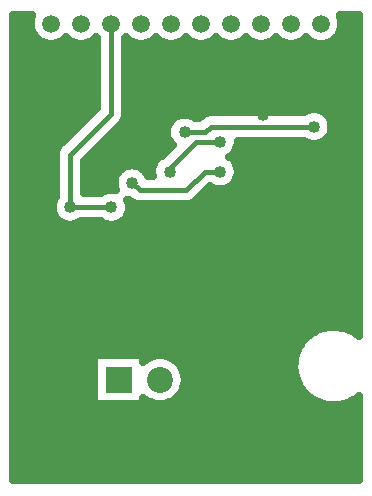
<source format=gbr>
G04 DipTrace 4.0.0.2*
G04 2 - Bottom.gbr*
%MOIN*%
G04 #@! TF.FileFunction,Copper,L2,Bot*
G04 #@! TF.Part,Single*
G04 #@! TA.AperFunction,Conductor*
%ADD15C,0.016*%
%ADD16C,0.018*%
G04 #@! TA.AperFunction,CopperBalancing*
%ADD18C,0.025*%
G04 #@! TA.AperFunction,ComponentPad*
%ADD21R,0.059055X0.059055*%
%ADD22C,0.059055*%
%ADD24R,0.086614X0.086614*%
%ADD25C,0.086614*%
G04 #@! TA.AperFunction,ViaPad*
%ADD29C,0.04*%
%FSLAX26Y26*%
G04*
G70*
G90*
G75*
G01*
G04 Bottom*
%LPD*%
X1018700Y1606200D2*
D16*
X1087451D1*
X1106200Y1624951D1*
X1449949D1*
X843700Y1437451D2*
D15*
X868700Y1412451D1*
X1024952D1*
X1087451Y1474949D1*
X1137451D1*
X968700Y1474951D2*
Y1487449D1*
X1056200Y1574949D1*
X1137451D1*
X637451Y1356200D2*
X774951D1*
X773616Y1968503D2*
D16*
Y1667365D1*
X637451Y1531200D1*
Y1356200D1*
D29*
X1018700Y1606200D3*
X1449949Y1624951D3*
X968700Y1474951D3*
X637451Y1356200D3*
X774951D3*
X637451D3*
X581200Y1618700D3*
Y1581200D3*
X1024949Y1056200D3*
X1012451Y1793700D3*
Y1681200D3*
X1281200Y1662451D3*
X1399949Y1393700D3*
X1137451Y1574949D3*
Y1474949D3*
X843700Y1437451D3*
X448088Y1970504D2*
D18*
X503123D1*
X1544099D2*
X1599169D1*
X448088Y1945636D2*
X507033D1*
X1540187D2*
X1599169D1*
X448088Y1920767D2*
X522644D1*
X1524578D2*
X1599169D1*
X448088Y1895898D2*
X723630D1*
X823616D2*
X1599169D1*
X448088Y1871029D2*
X723630D1*
X823616D2*
X1599169D1*
X448088Y1846161D2*
X723630D1*
X823616D2*
X1599169D1*
X448088Y1821292D2*
X723630D1*
X823616D2*
X1599169D1*
X448088Y1796423D2*
X723630D1*
X823616D2*
X1599169D1*
X448088Y1771554D2*
X723630D1*
X823616D2*
X1599169D1*
X448088Y1746686D2*
X723630D1*
X823616D2*
X1599169D1*
X448088Y1721817D2*
X723630D1*
X823616D2*
X1599169D1*
X448088Y1696948D2*
X723630D1*
X823616D2*
X1599169D1*
X448088Y1672079D2*
X708667D1*
X823616D2*
X1097759D1*
X1487115D2*
X1599169D1*
X448088Y1647210D2*
X683800D1*
X819130D2*
X974497D1*
X1506564D2*
X1599169D1*
X448088Y1622342D2*
X658931D1*
X798281D2*
X959964D1*
X1510906D2*
X1599169D1*
X448088Y1597473D2*
X634064D1*
X773414D2*
X958350D1*
X1504088D2*
X1599169D1*
X448088Y1572604D2*
X609196D1*
X748546D2*
X968325D1*
X1198390D2*
X1421327D1*
X1478574D2*
X1599169D1*
X448088Y1547735D2*
X590428D1*
X723679D2*
X960717D1*
X1191752D2*
X1599169D1*
X448088Y1522867D2*
X587451D1*
X698775D2*
X932655D1*
X1173523D2*
X1599169D1*
X448088Y1497998D2*
X587451D1*
X687435D2*
X912418D1*
X1193725D2*
X1599169D1*
X448088Y1473129D2*
X587451D1*
X687435D2*
X794825D1*
X892549D2*
X907717D1*
X1198426D2*
X1599169D1*
X448088Y1448260D2*
X587451D1*
X687435D2*
X783701D1*
X1192003D2*
X1599169D1*
X448088Y1423392D2*
X587451D1*
X687435D2*
X784418D1*
X1167602D2*
X1599169D1*
X448088Y1398523D2*
X587451D1*
X1079291D2*
X1599169D1*
X448088Y1373654D2*
X579125D1*
X1053095D2*
X1599169D1*
X448088Y1348785D2*
X576936D1*
X835494D2*
X1599169D1*
X448088Y1323917D2*
X586158D1*
X826235D2*
X1599169D1*
X448088Y1299048D2*
X622473D1*
X652448D2*
X759981D1*
X789920D2*
X1599169D1*
X448088Y1274179D2*
X1599169D1*
X448088Y1249310D2*
X1599169D1*
X448088Y1224441D2*
X1599169D1*
X448088Y1199573D2*
X1599169D1*
X448088Y1174704D2*
X1599169D1*
X448088Y1149835D2*
X1599169D1*
X448088Y1124966D2*
X1599169D1*
X448088Y1100098D2*
X1599169D1*
X448088Y1075229D2*
X1599169D1*
X448088Y1050360D2*
X1599169D1*
X448088Y1025491D2*
X1599169D1*
X448088Y1000623D2*
X1599169D1*
X448088Y975754D2*
X1599169D1*
X448088Y950885D2*
X1471313D1*
X1560175D2*
X1599169D1*
X448088Y926016D2*
X1427750D1*
X448088Y901148D2*
X1405394D1*
X448088Y876279D2*
X1391973D1*
X448088Y851410D2*
X714911D1*
X981507D2*
X1384582D1*
X448088Y826541D2*
X714911D1*
X1007594D2*
X1382249D1*
X448088Y801672D2*
X714911D1*
X1018718D2*
X1384653D1*
X448088Y776804D2*
X714911D1*
X1021195D2*
X1392153D1*
X448088Y751935D2*
X714911D1*
X1015884D2*
X1405717D1*
X448088Y727066D2*
X714911D1*
X1000848D2*
X1428288D1*
X448088Y702197D2*
X714911D1*
X883507D2*
X913279D1*
X960729D2*
X1472713D1*
X1558775D2*
X1599169D1*
X448088Y677329D2*
X1599169D1*
X448088Y652460D2*
X1599169D1*
X448088Y627591D2*
X1599169D1*
X448088Y602722D2*
X1599169D1*
X448088Y577854D2*
X1599169D1*
X448088Y552985D2*
X1599169D1*
X448088Y528116D2*
X1599169D1*
X448088Y503247D2*
X1599169D1*
X448088Y478378D2*
X1599169D1*
X448088Y453510D2*
X1599169D1*
X623574Y1922407D2*
X617796Y1916775D1*
X609161Y1910501D1*
X599649Y1905654D1*
X589497Y1902355D1*
X578953Y1900686D1*
X568279D1*
X557735Y1902355D1*
X547583Y1905654D1*
X538071Y1910501D1*
X529436Y1916775D1*
X521888Y1924323D1*
X515613Y1932959D1*
X510767Y1942470D1*
X507468Y1952623D1*
X505798Y1963166D1*
Y1973840D1*
X507468Y1984384D1*
X510767Y1994536D1*
X511159Y1995389D1*
X445561Y1995373D1*
X445570Y445543D1*
X1601682Y445570D1*
X1601672Y727899D1*
X1595985Y723214D1*
X1588532Y717847D1*
X1580722Y713015D1*
X1572591Y708742D1*
X1564183Y705049D1*
X1555535Y701955D1*
X1546692Y699474D1*
X1537696Y697619D1*
X1528594Y696398D1*
X1519427Y695818D1*
X1510243Y695882D1*
X1501086Y696590D1*
X1492001Y697938D1*
X1483032Y699918D1*
X1474225Y702522D1*
X1465621Y705735D1*
X1457264Y709545D1*
X1449195Y713931D1*
X1441452Y718872D1*
X1434074Y724342D1*
X1427099Y730317D1*
X1420558Y736764D1*
X1414486Y743655D1*
X1408911Y750955D1*
X1403861Y758627D1*
X1399363Y766633D1*
X1395435Y774935D1*
X1392099Y783493D1*
X1389371Y792263D1*
X1387263Y801201D1*
X1385787Y810267D1*
X1384951Y819413D1*
X1384756Y828595D1*
X1385205Y837770D1*
X1386297Y846889D1*
X1388025Y855909D1*
X1390380Y864787D1*
X1393352Y873477D1*
X1396926Y881938D1*
X1401082Y890128D1*
X1405804Y898006D1*
X1411065Y905533D1*
X1416840Y912675D1*
X1423103Y919394D1*
X1429819Y925657D1*
X1436960Y931435D1*
X1444486Y936697D1*
X1452364Y941420D1*
X1460552Y945579D1*
X1469012Y949155D1*
X1477703Y952129D1*
X1486579Y954486D1*
X1495599Y956216D1*
X1504718Y957310D1*
X1513892Y957762D1*
X1523074Y957570D1*
X1532220Y956735D1*
X1541285Y955262D1*
X1550226Y953157D1*
X1558997Y950430D1*
X1567554Y947096D1*
X1575857Y943170D1*
X1583865Y938672D1*
X1591539Y933625D1*
X1601666Y925562D1*
X1601672Y1995401D1*
X1536082Y1995373D1*
X1538305Y1989525D1*
X1540797Y1979145D1*
X1541634Y1968503D1*
X1540797Y1957861D1*
X1538305Y1947481D1*
X1534220Y1937619D1*
X1528642Y1928518D1*
X1521709Y1920401D1*
X1513592Y1913468D1*
X1504491Y1907890D1*
X1494629Y1903805D1*
X1484249Y1901313D1*
X1473607Y1900476D1*
X1462965Y1901313D1*
X1452585Y1903805D1*
X1442722Y1907890D1*
X1433621Y1913468D1*
X1425504Y1920401D1*
X1423649Y1922407D1*
X1417787Y1916775D1*
X1409151Y1910501D1*
X1399640Y1905654D1*
X1389487Y1902355D1*
X1378944Y1900686D1*
X1368270D1*
X1357726Y1902355D1*
X1347574Y1905654D1*
X1338062Y1910501D1*
X1329427Y1916775D1*
X1323649Y1922407D1*
X1317787Y1916775D1*
X1309151Y1910501D1*
X1299640Y1905654D1*
X1289487Y1902355D1*
X1278944Y1900686D1*
X1268270D1*
X1257726Y1902355D1*
X1247574Y1905654D1*
X1238062Y1910501D1*
X1229427Y1916775D1*
X1223649Y1922407D1*
X1217796Y1916775D1*
X1209161Y1910501D1*
X1199649Y1905654D1*
X1189497Y1902355D1*
X1178953Y1900686D1*
X1168279D1*
X1157735Y1902355D1*
X1147583Y1905654D1*
X1138071Y1910501D1*
X1129436Y1916775D1*
X1123658Y1922407D1*
X1117796Y1916775D1*
X1109161Y1910501D1*
X1099649Y1905654D1*
X1089497Y1902355D1*
X1078953Y1900686D1*
X1068279D1*
X1057735Y1902355D1*
X1047583Y1905654D1*
X1038071Y1910501D1*
X1029436Y1916775D1*
X1023658Y1922407D1*
X1017796Y1916775D1*
X1009161Y1910501D1*
X999649Y1905654D1*
X989497Y1902355D1*
X978953Y1900686D1*
X968279D1*
X957735Y1902355D1*
X947583Y1905654D1*
X938071Y1910501D1*
X929436Y1916775D1*
X923658Y1922407D1*
X917796Y1916775D1*
X909161Y1910501D1*
X899649Y1905654D1*
X889497Y1902355D1*
X878953Y1900686D1*
X868279D1*
X857735Y1902355D1*
X847583Y1905654D1*
X838071Y1910501D1*
X829436Y1916775D1*
X823658Y1922407D1*
X821121Y1919848D1*
X820970Y1663640D1*
X819804Y1656277D1*
X817501Y1649188D1*
X814116Y1642548D1*
X809735Y1636518D1*
X788023Y1614598D1*
X684928Y1511503D1*
X684951Y1402704D1*
X739451Y1402700D1*
X744384Y1406079D1*
X752564Y1410247D1*
X761293Y1413083D1*
X770360Y1414520D1*
X779540D1*
X788607Y1413083D1*
X790800Y1412465D1*
X788064Y1419373D1*
X785920Y1428300D1*
X785200Y1437451D1*
X785920Y1446602D1*
X788064Y1455528D1*
X791577Y1464010D1*
X796372Y1471836D1*
X802334Y1478817D1*
X809314Y1484779D1*
X817141Y1489574D1*
X825623Y1493087D1*
X834549Y1495230D1*
X843700Y1495951D1*
X852851Y1495230D1*
X861777Y1493087D1*
X870259Y1489574D1*
X878086Y1484779D1*
X885066Y1478817D1*
X891028Y1471836D1*
X895823Y1464010D1*
X898077Y1458945D1*
X912440Y1458951D1*
X910920Y1465800D1*
X910200Y1474951D1*
X910920Y1484102D1*
X913064Y1493028D1*
X916577Y1501510D1*
X921372Y1509336D1*
X927334Y1516317D1*
X934314Y1522279D1*
X942141Y1527074D1*
X942940Y1527443D1*
X978836Y1563347D1*
X974216Y1568208D1*
X968821Y1575634D1*
X964653Y1583813D1*
X961817Y1592544D1*
X960380Y1601611D1*
Y1610789D1*
X961817Y1619856D1*
X964653Y1628587D1*
X968821Y1636766D1*
X974216Y1644192D1*
X980708Y1650684D1*
X988134Y1656079D1*
X996313Y1660247D1*
X1005044Y1663083D1*
X1014111Y1664520D1*
X1023289D1*
X1032356Y1663083D1*
X1041087Y1660247D1*
X1049266Y1656079D1*
X1052831Y1653697D1*
X1067808Y1653700D1*
X1075351Y1661069D1*
X1081381Y1665451D1*
X1088023Y1668834D1*
X1095111Y1671137D1*
X1102473Y1672304D1*
X1133619Y1672451D1*
X1415776D1*
X1423392Y1677074D1*
X1431872Y1680587D1*
X1440798Y1682730D1*
X1449951Y1683449D1*
X1459102Y1682730D1*
X1468028Y1680587D1*
X1476508Y1677074D1*
X1484335Y1672277D1*
X1491315Y1666315D1*
X1497277Y1659335D1*
X1502074Y1651508D1*
X1505587Y1643028D1*
X1507730Y1634102D1*
X1508449Y1624951D1*
X1507730Y1615798D1*
X1505587Y1606872D1*
X1502074Y1598392D1*
X1497277Y1590565D1*
X1491315Y1583585D1*
X1484335Y1577623D1*
X1476508Y1572826D1*
X1468028Y1569313D1*
X1459102Y1567170D1*
X1449949Y1566451D1*
X1440798Y1567170D1*
X1431872Y1569313D1*
X1423392Y1572826D1*
X1415818Y1577453D1*
X1195923Y1577449D1*
X1195771Y1570360D1*
X1194334Y1561293D1*
X1191498Y1552562D1*
X1187330Y1544384D1*
X1181935Y1536957D1*
X1175443Y1530465D1*
X1167813Y1524956D1*
X1175443Y1519434D1*
X1181935Y1512941D1*
X1187330Y1505515D1*
X1191498Y1497336D1*
X1194334Y1488606D1*
X1195771Y1479539D1*
Y1470360D1*
X1194334Y1461293D1*
X1191498Y1452562D1*
X1187330Y1444384D1*
X1181935Y1436957D1*
X1175443Y1430465D1*
X1168016Y1425070D1*
X1159838Y1420902D1*
X1151107Y1418066D1*
X1142040Y1416629D1*
X1132861D1*
X1123794Y1418066D1*
X1115064Y1420902D1*
X1106885Y1425070D1*
X1104751Y1426495D1*
X1055151Y1377092D1*
X1049249Y1372802D1*
X1042747Y1369490D1*
X1035808Y1367235D1*
X1028600Y1366094D1*
X997898Y1365951D1*
X865052Y1366094D1*
X857844Y1367235D1*
X850905Y1369490D1*
X844403Y1372802D1*
X838490Y1377102D1*
X834549Y1379671D1*
X827850Y1381186D1*
X830587Y1374277D1*
X832730Y1365351D1*
X833449Y1356200D1*
X832730Y1347049D1*
X830587Y1338123D1*
X827074Y1329641D1*
X822277Y1321814D1*
X816315Y1314834D1*
X809335Y1308872D1*
X801508Y1304077D1*
X793028Y1300564D1*
X784102Y1298420D1*
X774951Y1297700D1*
X765798Y1298420D1*
X756872Y1300564D1*
X748392Y1304077D1*
X740565Y1308872D1*
X739508Y1309705D1*
X672949Y1309700D1*
X668016Y1306321D1*
X659836Y1302153D1*
X651107Y1299317D1*
X642040Y1297880D1*
X632860D1*
X623793Y1299317D1*
X615064Y1302153D1*
X606884Y1306321D1*
X599457Y1311716D1*
X592966Y1318208D1*
X587570Y1325634D1*
X583403Y1333813D1*
X580566Y1342544D1*
X579130Y1351611D1*
Y1360789D1*
X580566Y1369856D1*
X583403Y1378587D1*
X587570Y1386766D1*
X589953Y1390331D1*
X590096Y1534927D1*
X591262Y1542289D1*
X593566Y1549377D1*
X596949Y1556019D1*
X601331Y1562049D1*
X623044Y1583969D1*
X726137Y1687062D1*
X726116Y1919840D1*
X723658Y1922407D1*
X717796Y1916775D1*
X709161Y1910501D1*
X699649Y1905654D1*
X689497Y1902355D1*
X678953Y1900686D1*
X668279D1*
X657735Y1902355D1*
X647583Y1905654D1*
X638071Y1910501D1*
X629436Y1916775D1*
X623658Y1922407D1*
X726590Y863007D2*
X881018D1*
Y840867D1*
X888920Y847384D1*
X894262Y850952D1*
X899867Y854091D1*
X905700Y856780D1*
X911726Y859003D1*
X917909Y860747D1*
X924208Y862001D1*
X930587Y862755D1*
X937006Y863007D1*
X943424Y862755D1*
X949804Y862001D1*
X956103Y860747D1*
X962285Y859003D1*
X968312Y856780D1*
X974145Y854091D1*
X979750Y850952D1*
X985091Y847384D1*
X990136Y843406D1*
X994852Y839046D1*
X999212Y834330D1*
X1003190Y829285D1*
X1006758Y823944D1*
X1009897Y818339D1*
X1012586Y812506D1*
X1014809Y806480D1*
X1016553Y800297D1*
X1017806Y793998D1*
X1018561Y787619D1*
X1018813Y781200D1*
X1018561Y774781D1*
X1017806Y768402D1*
X1016553Y762103D1*
X1014809Y755920D1*
X1012586Y749894D1*
X1009897Y744061D1*
X1006758Y738456D1*
X1003190Y733115D1*
X999212Y728070D1*
X994852Y723354D1*
X990136Y718994D1*
X985091Y715016D1*
X979750Y711448D1*
X974145Y708309D1*
X968312Y705620D1*
X962285Y703397D1*
X956103Y701653D1*
X949804Y700399D1*
X943424Y699645D1*
X937006Y699393D1*
X930587Y699645D1*
X924208Y700399D1*
X917909Y701653D1*
X911726Y703397D1*
X905700Y705620D1*
X899867Y708309D1*
X894262Y711448D1*
X888920Y715016D1*
X881020Y721633D1*
X881018Y699393D1*
X717403D1*
Y863007D1*
X726590D1*
X672892Y1309705D2*
X668016Y1306321D1*
X659836Y1302153D1*
X651107Y1299317D1*
X642040Y1297880D1*
X632860D1*
X623793Y1299317D1*
X615064Y1302153D1*
X606884Y1306321D1*
X599457Y1311716D1*
X592966Y1318208D1*
X587570Y1325634D1*
X583403Y1333813D1*
X580566Y1342544D1*
X579130Y1351611D1*
Y1360789D1*
X580566Y1369856D1*
X583403Y1378587D1*
X587570Y1386766D1*
X589953Y1390331D1*
D21*
X473616Y1968503D3*
D22*
X573616D3*
X673616D3*
X773616D3*
X873616D3*
X973616D3*
X1073616D3*
X1173616D3*
X1273607D3*
X1373607D3*
X1473607D3*
X1573607D3*
D24*
X799210Y781200D3*
D25*
X937006D3*
X1074801D3*
M02*

</source>
